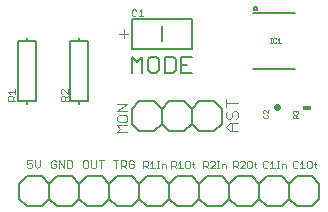
<source format=gto>
G75*
%MOIN*%
%OFA0B0*%
%FSLAX25Y25*%
%IPPOS*%
%LPD*%
%AMOC8*
5,1,8,0,0,1.08239X$1,22.5*
%
%ADD10C,0.00200*%
%ADD11C,0.00400*%
%ADD12C,0.00300*%
%ADD13C,0.00800*%
%ADD14C,0.00600*%
%ADD15C,0.00100*%
%ADD16C,0.02200*%
%ADD17R,0.03000X0.01800*%
D10*
X0011559Y0018600D02*
X0011125Y0019034D01*
X0011559Y0018600D02*
X0012426Y0018600D01*
X0012860Y0019034D01*
X0012860Y0019901D01*
X0012426Y0020335D01*
X0011992Y0020335D01*
X0011125Y0019901D01*
X0011125Y0021202D01*
X0012860Y0021202D01*
X0013703Y0021202D02*
X0013703Y0019467D01*
X0014571Y0018600D01*
X0015438Y0019467D01*
X0015438Y0021202D01*
X0019225Y0020769D02*
X0019225Y0019034D01*
X0019659Y0018600D01*
X0020526Y0018600D01*
X0020960Y0019034D01*
X0020960Y0019901D01*
X0020092Y0019901D01*
X0019225Y0020769D02*
X0019659Y0021202D01*
X0020526Y0021202D01*
X0020960Y0020769D01*
X0021803Y0021202D02*
X0023538Y0018600D01*
X0023538Y0021202D01*
X0024381Y0021202D02*
X0025683Y0021202D01*
X0026116Y0020769D01*
X0026116Y0019034D01*
X0025683Y0018600D01*
X0024381Y0018600D01*
X0024381Y0021202D01*
X0021803Y0021202D02*
X0021803Y0018600D01*
X0029850Y0019034D02*
X0030284Y0018600D01*
X0031151Y0018600D01*
X0031585Y0019034D01*
X0031585Y0020769D01*
X0031151Y0021202D01*
X0030284Y0021202D01*
X0029850Y0020769D01*
X0029850Y0019034D01*
X0032428Y0019034D02*
X0032428Y0021202D01*
X0034163Y0021202D02*
X0034163Y0019034D01*
X0033729Y0018600D01*
X0032862Y0018600D01*
X0032428Y0019034D01*
X0035006Y0021202D02*
X0036741Y0021202D01*
X0035874Y0021202D02*
X0035874Y0018600D01*
X0039850Y0021202D02*
X0041585Y0021202D01*
X0042428Y0021202D02*
X0043729Y0021202D01*
X0044163Y0020769D01*
X0044163Y0019901D01*
X0043729Y0019467D01*
X0042428Y0019467D01*
X0042428Y0018600D02*
X0042428Y0021202D01*
X0040717Y0021202D02*
X0040717Y0018600D01*
X0043296Y0019467D02*
X0044163Y0018600D01*
X0045006Y0019034D02*
X0045440Y0018600D01*
X0046308Y0018600D01*
X0046741Y0019034D01*
X0046741Y0019901D01*
X0045874Y0019901D01*
X0046741Y0020769D02*
X0046308Y0021202D01*
X0045440Y0021202D01*
X0045006Y0020769D01*
X0045006Y0019034D01*
X0049850Y0019367D02*
X0051001Y0019367D01*
X0051385Y0019751D01*
X0051385Y0020518D01*
X0051001Y0020902D01*
X0049850Y0020902D01*
X0049850Y0018600D01*
X0050617Y0019367D02*
X0051385Y0018600D01*
X0052152Y0018600D02*
X0053687Y0018600D01*
X0054454Y0018600D02*
X0055221Y0018600D01*
X0054838Y0018600D02*
X0054838Y0020902D01*
X0055221Y0020902D02*
X0054454Y0020902D01*
X0055989Y0020135D02*
X0057140Y0020135D01*
X0057523Y0019751D01*
X0057523Y0018600D01*
X0055989Y0018600D02*
X0055989Y0020135D01*
X0052919Y0020902D02*
X0052919Y0018600D01*
X0052152Y0020135D02*
X0052919Y0020902D01*
X0059225Y0020902D02*
X0059225Y0018600D01*
X0059225Y0019367D02*
X0060376Y0019367D01*
X0060760Y0019751D01*
X0060760Y0020518D01*
X0060376Y0020902D01*
X0059225Y0020902D01*
X0059992Y0019367D02*
X0060760Y0018600D01*
X0061527Y0018600D02*
X0063062Y0018600D01*
X0062294Y0018600D02*
X0062294Y0020902D01*
X0061527Y0020135D01*
X0063829Y0020518D02*
X0063829Y0018984D01*
X0064213Y0018600D01*
X0064980Y0018600D01*
X0065364Y0018984D01*
X0065364Y0020518D01*
X0064980Y0020902D01*
X0064213Y0020902D01*
X0063829Y0020518D01*
X0066131Y0020135D02*
X0066898Y0020135D01*
X0066515Y0020518D02*
X0066515Y0018984D01*
X0066898Y0018600D01*
X0069850Y0018600D02*
X0069850Y0020902D01*
X0071001Y0020902D01*
X0071385Y0020518D01*
X0071385Y0019751D01*
X0071001Y0019367D01*
X0069850Y0019367D01*
X0070617Y0019367D02*
X0071385Y0018600D01*
X0072152Y0018600D02*
X0073687Y0020135D01*
X0073687Y0020518D01*
X0073303Y0020902D01*
X0072536Y0020902D01*
X0072152Y0020518D01*
X0072152Y0018600D02*
X0073687Y0018600D01*
X0074454Y0018600D02*
X0075221Y0018600D01*
X0074838Y0018600D02*
X0074838Y0020902D01*
X0075221Y0020902D02*
X0074454Y0020902D01*
X0075989Y0020135D02*
X0077140Y0020135D01*
X0077523Y0019751D01*
X0077523Y0018600D01*
X0075989Y0018600D02*
X0075989Y0020135D01*
X0079850Y0020902D02*
X0079850Y0018600D01*
X0079850Y0019367D02*
X0081001Y0019367D01*
X0081385Y0019751D01*
X0081385Y0020518D01*
X0081001Y0020902D01*
X0079850Y0020902D01*
X0080617Y0019367D02*
X0081385Y0018600D01*
X0082152Y0018600D02*
X0083687Y0020135D01*
X0083687Y0020518D01*
X0083303Y0020902D01*
X0082536Y0020902D01*
X0082152Y0020518D01*
X0084454Y0020518D02*
X0084454Y0018984D01*
X0084838Y0018600D01*
X0085605Y0018600D01*
X0085989Y0018984D01*
X0085989Y0020518D01*
X0085605Y0020902D01*
X0084838Y0020902D01*
X0084454Y0020518D01*
X0083687Y0018600D02*
X0082152Y0018600D01*
X0086756Y0020135D02*
X0087523Y0020135D01*
X0087140Y0020518D02*
X0087140Y0018984D01*
X0087523Y0018600D01*
X0089850Y0018984D02*
X0089850Y0020518D01*
X0090234Y0020902D01*
X0091001Y0020902D01*
X0091385Y0020518D01*
X0092152Y0020135D02*
X0092919Y0020902D01*
X0092919Y0018600D01*
X0092152Y0018600D02*
X0093687Y0018600D01*
X0094454Y0018600D02*
X0095221Y0018600D01*
X0094838Y0018600D02*
X0094838Y0020902D01*
X0095221Y0020902D02*
X0094454Y0020902D01*
X0095989Y0020135D02*
X0097140Y0020135D01*
X0097523Y0019751D01*
X0097523Y0018600D01*
X0095989Y0018600D02*
X0095989Y0020135D01*
X0099850Y0020518D02*
X0099850Y0018984D01*
X0100234Y0018600D01*
X0101001Y0018600D01*
X0101385Y0018984D01*
X0102152Y0018600D02*
X0103687Y0018600D01*
X0102919Y0018600D02*
X0102919Y0020902D01*
X0102152Y0020135D01*
X0101385Y0020518D02*
X0101001Y0020902D01*
X0100234Y0020902D01*
X0099850Y0020518D01*
X0104454Y0020518D02*
X0104454Y0018984D01*
X0104838Y0018600D01*
X0105605Y0018600D01*
X0105989Y0018984D01*
X0105989Y0020518D01*
X0105605Y0020902D01*
X0104838Y0020902D01*
X0104454Y0020518D01*
X0106756Y0020135D02*
X0107523Y0020135D01*
X0107140Y0020518D02*
X0107140Y0018984D01*
X0107523Y0018600D01*
X0091385Y0018984D02*
X0091001Y0018600D01*
X0090234Y0018600D01*
X0089850Y0018984D01*
X0024650Y0041100D02*
X0022348Y0041100D01*
X0022348Y0042251D01*
X0022732Y0042635D01*
X0023499Y0042635D01*
X0023883Y0042251D01*
X0023883Y0041100D01*
X0023883Y0041867D02*
X0024650Y0042635D01*
X0024650Y0043402D02*
X0023115Y0044937D01*
X0022732Y0044937D01*
X0022348Y0044553D01*
X0022348Y0043786D01*
X0022732Y0043402D01*
X0024650Y0043402D02*
X0024650Y0044937D01*
X0007150Y0044937D02*
X0007150Y0043402D01*
X0007150Y0044169D02*
X0004848Y0044169D01*
X0005615Y0043402D01*
X0005232Y0042635D02*
X0005999Y0042635D01*
X0006383Y0042251D01*
X0006383Y0041100D01*
X0007150Y0041100D02*
X0004848Y0041100D01*
X0004848Y0042251D01*
X0005232Y0042635D01*
X0006383Y0041867D02*
X0007150Y0042635D01*
X0046100Y0069609D02*
X0046484Y0069225D01*
X0047251Y0069225D01*
X0047635Y0069609D01*
X0048402Y0069225D02*
X0049937Y0069225D01*
X0049169Y0069225D02*
X0049169Y0071527D01*
X0048402Y0070760D01*
X0047635Y0071143D02*
X0047251Y0071527D01*
X0046484Y0071527D01*
X0046100Y0071143D01*
X0046100Y0069609D01*
D11*
X0043360Y0065037D02*
X0043360Y0061967D01*
X0041825Y0063502D02*
X0044894Y0063502D01*
D12*
X0077472Y0041738D02*
X0077472Y0039069D01*
X0078139Y0037778D02*
X0077472Y0037111D01*
X0077472Y0035777D01*
X0078139Y0035109D01*
X0078806Y0035109D01*
X0079473Y0035777D01*
X0079473Y0037111D01*
X0080141Y0037778D01*
X0080808Y0037778D01*
X0081475Y0037111D01*
X0081475Y0035777D01*
X0080808Y0035109D01*
X0081475Y0033819D02*
X0078806Y0033819D01*
X0077472Y0032484D01*
X0078806Y0031150D01*
X0081475Y0031150D01*
X0079473Y0031150D02*
X0079473Y0033819D01*
X0081475Y0040403D02*
X0077472Y0040403D01*
X0044600Y0039858D02*
X0041097Y0039858D01*
X0041097Y0037523D02*
X0044600Y0039858D01*
X0044600Y0037523D02*
X0041097Y0037523D01*
X0041681Y0036359D02*
X0041097Y0035775D01*
X0041097Y0034608D01*
X0041681Y0034024D01*
X0044016Y0034024D01*
X0044600Y0034608D01*
X0044600Y0035775D01*
X0044016Y0036359D01*
X0041681Y0036359D01*
X0041097Y0032860D02*
X0044600Y0032860D01*
X0042265Y0031693D02*
X0041097Y0032860D01*
X0042265Y0031693D02*
X0041097Y0030525D01*
X0044600Y0030525D01*
D13*
X0031500Y0041000D02*
X0028500Y0041000D01*
X0028500Y0040000D01*
X0028500Y0041000D02*
X0025500Y0041000D01*
X0025500Y0061000D01*
X0028500Y0061000D01*
X0028500Y0062000D01*
X0028500Y0061000D02*
X0031500Y0061000D01*
X0031500Y0041000D01*
X0014000Y0041000D02*
X0011000Y0041000D01*
X0011000Y0040000D01*
X0011000Y0041000D02*
X0008000Y0041000D01*
X0008000Y0061000D01*
X0011000Y0061000D01*
X0011000Y0062000D01*
X0011000Y0061000D02*
X0014000Y0061000D01*
X0014000Y0041000D01*
X0046000Y0058500D02*
X0046000Y0068500D01*
X0066000Y0068500D01*
X0066000Y0058500D01*
X0046000Y0058500D01*
X0056000Y0061000D02*
X0056000Y0066000D01*
X0086735Y0071950D02*
X0086737Y0071997D01*
X0086743Y0072044D01*
X0086753Y0072091D01*
X0086766Y0072136D01*
X0086784Y0072180D01*
X0086805Y0072222D01*
X0086829Y0072263D01*
X0086857Y0072301D01*
X0086888Y0072337D01*
X0086922Y0072370D01*
X0086958Y0072400D01*
X0086997Y0072427D01*
X0087038Y0072451D01*
X0087081Y0072471D01*
X0087125Y0072487D01*
X0087171Y0072500D01*
X0087217Y0072509D01*
X0087265Y0072514D01*
X0087312Y0072515D01*
X0087359Y0072512D01*
X0087406Y0072505D01*
X0087452Y0072494D01*
X0087497Y0072480D01*
X0087541Y0072461D01*
X0087582Y0072439D01*
X0087622Y0072414D01*
X0087660Y0072385D01*
X0087695Y0072354D01*
X0087728Y0072319D01*
X0087757Y0072282D01*
X0087783Y0072243D01*
X0087806Y0072201D01*
X0087825Y0072158D01*
X0087841Y0072113D01*
X0087853Y0072067D01*
X0087861Y0072021D01*
X0087865Y0071974D01*
X0087865Y0071926D01*
X0087861Y0071879D01*
X0087853Y0071833D01*
X0087841Y0071787D01*
X0087825Y0071742D01*
X0087806Y0071699D01*
X0087783Y0071657D01*
X0087757Y0071618D01*
X0087728Y0071581D01*
X0087695Y0071546D01*
X0087660Y0071515D01*
X0087622Y0071486D01*
X0087583Y0071461D01*
X0087541Y0071439D01*
X0087497Y0071420D01*
X0087452Y0071406D01*
X0087406Y0071395D01*
X0087359Y0071388D01*
X0087312Y0071385D01*
X0087265Y0071386D01*
X0087217Y0071391D01*
X0087171Y0071400D01*
X0087125Y0071413D01*
X0087081Y0071429D01*
X0087038Y0071449D01*
X0086997Y0071473D01*
X0086958Y0071500D01*
X0086922Y0071530D01*
X0086888Y0071563D01*
X0086857Y0071599D01*
X0086829Y0071637D01*
X0086805Y0071678D01*
X0086784Y0071720D01*
X0086766Y0071764D01*
X0086753Y0071809D01*
X0086743Y0071856D01*
X0086737Y0071903D01*
X0086735Y0071950D01*
D14*
X0011000Y0006000D02*
X0008500Y0008500D01*
X0008500Y0013500D01*
X0011000Y0016000D01*
X0016000Y0016000D01*
X0018500Y0013500D01*
X0021000Y0016000D01*
X0026000Y0016000D01*
X0028500Y0013500D01*
X0028500Y0008500D01*
X0026000Y0006000D01*
X0021000Y0006000D01*
X0018500Y0008500D01*
X0016000Y0006000D01*
X0011000Y0006000D01*
X0018500Y0008500D02*
X0018500Y0013500D01*
X0028500Y0013500D02*
X0031000Y0016000D01*
X0036000Y0016000D01*
X0038500Y0013500D01*
X0041000Y0016000D01*
X0046000Y0016000D01*
X0048500Y0013500D01*
X0051000Y0016000D01*
X0056000Y0016000D01*
X0058500Y0013500D01*
X0058500Y0008500D01*
X0056000Y0006000D01*
X0051000Y0006000D01*
X0048500Y0008500D01*
X0046000Y0006000D01*
X0041000Y0006000D01*
X0038500Y0008500D01*
X0036000Y0006000D01*
X0031000Y0006000D01*
X0028500Y0008500D01*
X0038500Y0008500D02*
X0038500Y0013500D01*
X0048500Y0013500D02*
X0048500Y0008500D01*
X0058500Y0008500D02*
X0061000Y0006000D01*
X0066000Y0006000D01*
X0068500Y0008500D01*
X0071000Y0006000D01*
X0076000Y0006000D01*
X0078500Y0008500D01*
X0081000Y0006000D01*
X0086000Y0006000D01*
X0088500Y0008500D01*
X0088500Y0013500D01*
X0086000Y0016000D01*
X0081000Y0016000D01*
X0078500Y0013500D01*
X0078500Y0008500D01*
X0078500Y0013500D02*
X0076000Y0016000D01*
X0071000Y0016000D01*
X0068500Y0013500D01*
X0068500Y0008500D01*
X0068500Y0013500D02*
X0066000Y0016000D01*
X0061000Y0016000D01*
X0058500Y0013500D01*
X0058500Y0031000D02*
X0056000Y0033500D01*
X0053500Y0031000D01*
X0048500Y0031000D01*
X0046000Y0033500D01*
X0046000Y0038500D01*
X0048500Y0041000D01*
X0053500Y0041000D01*
X0056000Y0038500D01*
X0058500Y0041000D01*
X0063500Y0041000D01*
X0066000Y0038500D01*
X0068500Y0041000D01*
X0073500Y0041000D01*
X0076000Y0038500D01*
X0076000Y0033500D01*
X0073500Y0031000D01*
X0068500Y0031000D01*
X0066000Y0033500D01*
X0063500Y0031000D01*
X0058500Y0031000D01*
X0056000Y0033500D02*
X0056000Y0038500D01*
X0066000Y0038500D02*
X0066000Y0033500D01*
X0066177Y0050375D02*
X0062574Y0050375D01*
X0062574Y0055780D01*
X0066177Y0055780D01*
X0064376Y0053077D02*
X0062574Y0053077D01*
X0060653Y0051276D02*
X0060653Y0054879D01*
X0059752Y0055780D01*
X0057049Y0055780D01*
X0057049Y0050375D01*
X0059752Y0050375D01*
X0060653Y0051276D01*
X0055128Y0051276D02*
X0055128Y0054879D01*
X0054227Y0055780D01*
X0052425Y0055780D01*
X0051525Y0054879D01*
X0051525Y0051276D01*
X0052425Y0050375D01*
X0054227Y0050375D01*
X0055128Y0051276D01*
X0049603Y0050375D02*
X0049603Y0055780D01*
X0047802Y0053978D01*
X0046000Y0055780D01*
X0046000Y0050375D01*
X0086402Y0051701D02*
X0100598Y0051701D01*
X0100598Y0070299D02*
X0086402Y0070299D01*
X0091000Y0016000D02*
X0096000Y0016000D01*
X0098500Y0013500D01*
X0101000Y0016000D01*
X0106000Y0016000D01*
X0108500Y0013500D01*
X0108500Y0008500D01*
X0106000Y0006000D01*
X0101000Y0006000D01*
X0098500Y0008500D01*
X0096000Y0006000D01*
X0091000Y0006000D01*
X0088500Y0008500D01*
X0088500Y0013500D02*
X0091000Y0016000D01*
X0098500Y0013500D02*
X0098500Y0008500D01*
D15*
X0099949Y0035300D02*
X0099949Y0036051D01*
X0100199Y0036301D01*
X0100699Y0036301D01*
X0100950Y0036051D01*
X0100950Y0035300D01*
X0101450Y0035300D02*
X0099949Y0035300D01*
X0100950Y0035800D02*
X0101450Y0036301D01*
X0101200Y0036773D02*
X0101450Y0037023D01*
X0101450Y0037524D01*
X0101200Y0037774D01*
X0100950Y0037774D01*
X0100699Y0037524D01*
X0100699Y0037274D01*
X0100699Y0037524D02*
X0100449Y0037774D01*
X0100199Y0037774D01*
X0099949Y0037524D01*
X0099949Y0037023D01*
X0100199Y0036773D01*
X0091450Y0036898D02*
X0090449Y0037899D01*
X0090199Y0037899D01*
X0089949Y0037649D01*
X0089949Y0037148D01*
X0090199Y0036898D01*
X0090199Y0036426D02*
X0089949Y0036176D01*
X0089949Y0035675D01*
X0090199Y0035425D01*
X0091200Y0035425D01*
X0091450Y0035675D01*
X0091450Y0036176D01*
X0091200Y0036426D01*
X0091450Y0036898D02*
X0091450Y0037899D01*
X0092300Y0060425D02*
X0092800Y0060425D01*
X0092550Y0060425D02*
X0092550Y0061926D01*
X0092300Y0061926D02*
X0092800Y0061926D01*
X0093282Y0061676D02*
X0093282Y0060675D01*
X0093532Y0060425D01*
X0094033Y0060425D01*
X0094283Y0060675D01*
X0094755Y0060425D02*
X0095756Y0060425D01*
X0095256Y0060425D02*
X0095256Y0061926D01*
X0094755Y0061426D01*
X0094283Y0061676D02*
X0094033Y0061926D01*
X0093532Y0061926D01*
X0093282Y0061676D01*
D16*
X0094380Y0038875D02*
X0094620Y0038875D01*
D17*
X0104500Y0038750D03*
M02*

</source>
